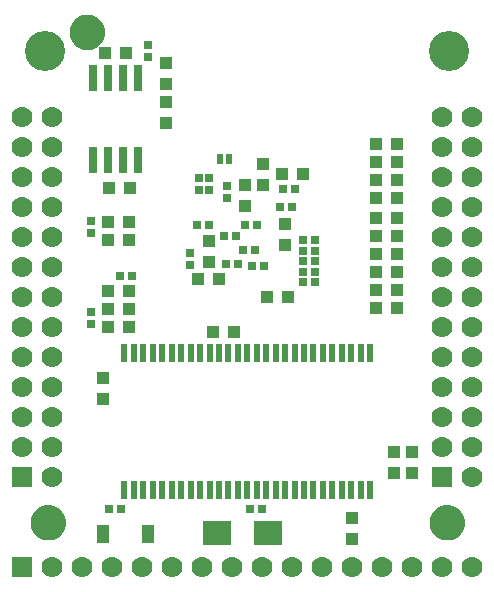
<source format=gbr>
G75*
G70*
%OFA0B0*%
%FSLAX24Y24*%
%IPPOS*%
%LPD*%
%AMOC8*
5,1,8,0,0,1.08239X$1,22.5*
%
%ADD10C,0.1339*%
%ADD11R,0.0280X0.0270*%
%ADD12R,0.0440X0.0440*%
%ADD13R,0.0270X0.0280*%
%ADD14R,0.0197X0.0591*%
%ADD15C,0.0434*%
%ADD16C,0.0500*%
%ADD17R,0.0700X0.0700*%
%ADD18C,0.0700*%
%ADD19R,0.0276X0.0906*%
%ADD20R,0.0240X0.0340*%
%ADD21R,0.0434X0.0591*%
%ADD22R,0.0940X0.0840*%
D10*
X005412Y025263D03*
X018877Y025263D03*
D11*
X013752Y020638D03*
X013352Y020638D03*
X013252Y020038D03*
X013652Y020038D03*
X014002Y018938D03*
X014002Y018588D03*
X014002Y018238D03*
X014002Y017888D03*
X014002Y017538D03*
X014402Y017538D03*
X014402Y017888D03*
X014402Y018238D03*
X014402Y018588D03*
X014402Y018938D03*
X012699Y018090D03*
X012299Y018090D03*
X011833Y018149D03*
X011433Y018149D03*
X012023Y018621D03*
X012423Y018621D03*
X011774Y019094D03*
X012063Y019448D03*
X012463Y019448D03*
X011374Y019094D03*
X010888Y019448D03*
X010488Y019448D03*
X008302Y017742D03*
X007902Y017742D03*
X007952Y009988D03*
X007552Y009988D03*
X012252Y009988D03*
X012652Y009988D03*
D12*
X015652Y009688D03*
X015652Y008988D03*
X017052Y011188D03*
X017652Y011188D03*
X017652Y011888D03*
X017052Y011888D03*
X017152Y016688D03*
X017152Y017288D03*
X017152Y017888D03*
X017152Y018488D03*
X017152Y019088D03*
X017152Y019688D03*
X017152Y020338D03*
X017152Y020938D03*
X017152Y021538D03*
X017152Y022138D03*
X016452Y022138D03*
X016452Y021538D03*
X016452Y020938D03*
X016452Y020338D03*
X016452Y019688D03*
X016452Y019088D03*
X016452Y018488D03*
X016452Y017888D03*
X016452Y017288D03*
X016452Y016688D03*
X013502Y017038D03*
X012802Y017038D03*
X011702Y015888D03*
X011002Y015888D03*
X011195Y017637D03*
X010885Y018232D03*
X010885Y018932D03*
X010495Y017637D03*
X012066Y020082D03*
X012066Y020782D03*
X012692Y020788D03*
X013302Y021138D03*
X012692Y021488D03*
X014002Y021138D03*
X013404Y019483D03*
X013404Y018783D03*
X009452Y022838D03*
X009452Y023538D03*
X009452Y024138D03*
X009452Y024838D03*
X008102Y025188D03*
X007402Y025188D03*
X007552Y020688D03*
X008252Y020688D03*
X008202Y019538D03*
X008202Y018938D03*
X007502Y018938D03*
X007502Y019538D03*
X007502Y017238D03*
X007502Y016638D03*
X007502Y016038D03*
X008202Y016038D03*
X008202Y016638D03*
X008202Y017238D03*
X007352Y014338D03*
X007352Y013638D03*
D13*
X006952Y016138D03*
X006952Y016538D03*
X006952Y019188D03*
X006952Y019588D03*
X010255Y018516D03*
X010255Y018116D03*
X011475Y020350D03*
X011475Y020750D03*
X010885Y020626D03*
X010530Y020626D03*
X010530Y021026D03*
X010885Y021026D03*
X008852Y025038D03*
X008852Y025438D03*
D14*
X009003Y015193D03*
X009318Y015193D03*
X009633Y015193D03*
X009948Y015193D03*
X010263Y015193D03*
X010578Y015193D03*
X010893Y015193D03*
X011208Y015193D03*
X011523Y015193D03*
X011837Y015193D03*
X012152Y015193D03*
X012467Y015193D03*
X012782Y015193D03*
X013097Y015193D03*
X013412Y015193D03*
X013727Y015193D03*
X014042Y015193D03*
X014357Y015193D03*
X014672Y015193D03*
X014987Y015193D03*
X015302Y015193D03*
X015617Y015193D03*
X015932Y015193D03*
X016247Y015193D03*
X016247Y010626D03*
X015932Y010626D03*
X015617Y010626D03*
X015302Y010626D03*
X014987Y010626D03*
X014672Y010626D03*
X014357Y010626D03*
X014042Y010626D03*
X013727Y010626D03*
X013412Y010626D03*
X013097Y010626D03*
X012782Y010626D03*
X012467Y010626D03*
X012152Y010626D03*
X011837Y010626D03*
X011523Y010626D03*
X011208Y010626D03*
X010893Y010626D03*
X010578Y010626D03*
X010263Y010626D03*
X009948Y010626D03*
X009633Y010626D03*
X009318Y010626D03*
X009003Y010626D03*
X008688Y010626D03*
X008373Y010626D03*
X008058Y010626D03*
X008058Y015193D03*
X008373Y015193D03*
X008688Y015193D03*
D15*
X005502Y009538D03*
X006802Y025888D03*
X018802Y009538D03*
D16*
X018467Y009538D02*
X018469Y009575D01*
X018475Y009611D01*
X018485Y009647D01*
X018499Y009681D01*
X018517Y009713D01*
X018538Y009744D01*
X018562Y009772D01*
X018589Y009797D01*
X018619Y009818D01*
X018651Y009837D01*
X018685Y009852D01*
X018720Y009863D01*
X018756Y009870D01*
X018793Y009873D01*
X018830Y009872D01*
X018866Y009867D01*
X018902Y009858D01*
X018937Y009845D01*
X018969Y009828D01*
X019000Y009808D01*
X019029Y009784D01*
X019055Y009758D01*
X019077Y009729D01*
X019097Y009697D01*
X019112Y009664D01*
X019124Y009629D01*
X019132Y009593D01*
X019136Y009556D01*
X019136Y009520D01*
X019132Y009483D01*
X019124Y009447D01*
X019112Y009412D01*
X019097Y009379D01*
X019077Y009347D01*
X019055Y009318D01*
X019029Y009292D01*
X019000Y009268D01*
X018970Y009248D01*
X018937Y009231D01*
X018902Y009218D01*
X018866Y009209D01*
X018830Y009204D01*
X018793Y009203D01*
X018756Y009206D01*
X018720Y009213D01*
X018685Y009224D01*
X018651Y009239D01*
X018619Y009258D01*
X018589Y009279D01*
X018562Y009304D01*
X018538Y009332D01*
X018517Y009363D01*
X018499Y009395D01*
X018485Y009429D01*
X018475Y009465D01*
X018469Y009501D01*
X018467Y009538D01*
X005167Y009538D02*
X005169Y009575D01*
X005175Y009611D01*
X005185Y009647D01*
X005199Y009681D01*
X005217Y009713D01*
X005238Y009744D01*
X005262Y009772D01*
X005289Y009797D01*
X005319Y009818D01*
X005351Y009837D01*
X005385Y009852D01*
X005420Y009863D01*
X005456Y009870D01*
X005493Y009873D01*
X005530Y009872D01*
X005566Y009867D01*
X005602Y009858D01*
X005637Y009845D01*
X005669Y009828D01*
X005700Y009808D01*
X005729Y009784D01*
X005755Y009758D01*
X005777Y009729D01*
X005797Y009697D01*
X005812Y009664D01*
X005824Y009629D01*
X005832Y009593D01*
X005836Y009556D01*
X005836Y009520D01*
X005832Y009483D01*
X005824Y009447D01*
X005812Y009412D01*
X005797Y009379D01*
X005777Y009347D01*
X005755Y009318D01*
X005729Y009292D01*
X005700Y009268D01*
X005670Y009248D01*
X005637Y009231D01*
X005602Y009218D01*
X005566Y009209D01*
X005530Y009204D01*
X005493Y009203D01*
X005456Y009206D01*
X005420Y009213D01*
X005385Y009224D01*
X005351Y009239D01*
X005319Y009258D01*
X005289Y009279D01*
X005262Y009304D01*
X005238Y009332D01*
X005217Y009363D01*
X005199Y009395D01*
X005185Y009429D01*
X005175Y009465D01*
X005169Y009501D01*
X005167Y009538D01*
X006467Y025888D02*
X006469Y025925D01*
X006475Y025961D01*
X006485Y025997D01*
X006499Y026031D01*
X006517Y026063D01*
X006538Y026094D01*
X006562Y026122D01*
X006589Y026147D01*
X006619Y026168D01*
X006651Y026187D01*
X006685Y026202D01*
X006720Y026213D01*
X006756Y026220D01*
X006793Y026223D01*
X006830Y026222D01*
X006866Y026217D01*
X006902Y026208D01*
X006937Y026195D01*
X006969Y026178D01*
X007000Y026158D01*
X007029Y026134D01*
X007055Y026108D01*
X007077Y026079D01*
X007097Y026047D01*
X007112Y026014D01*
X007124Y025979D01*
X007132Y025943D01*
X007136Y025906D01*
X007136Y025870D01*
X007132Y025833D01*
X007124Y025797D01*
X007112Y025762D01*
X007097Y025729D01*
X007077Y025697D01*
X007055Y025668D01*
X007029Y025642D01*
X007000Y025618D01*
X006970Y025598D01*
X006937Y025581D01*
X006902Y025568D01*
X006866Y025559D01*
X006830Y025554D01*
X006793Y025553D01*
X006756Y025556D01*
X006720Y025563D01*
X006685Y025574D01*
X006651Y025589D01*
X006619Y025608D01*
X006589Y025629D01*
X006562Y025654D01*
X006538Y025682D01*
X006517Y025713D01*
X006499Y025745D01*
X006485Y025779D01*
X006475Y025815D01*
X006469Y025851D01*
X006467Y025888D01*
D17*
X004652Y008038D03*
X004652Y011038D03*
X018652Y011038D03*
D18*
X018652Y012038D03*
X018652Y013038D03*
X018652Y014038D03*
X018652Y015038D03*
X018652Y016038D03*
X018652Y017038D03*
X018652Y018038D03*
X018652Y019038D03*
X018652Y020038D03*
X018652Y021038D03*
X018652Y022038D03*
X018652Y023038D03*
X019652Y023038D03*
X019652Y022038D03*
X019652Y021038D03*
X019652Y020038D03*
X019652Y019038D03*
X019652Y018038D03*
X019652Y017038D03*
X019652Y016038D03*
X019652Y015038D03*
X019652Y014038D03*
X019652Y013038D03*
X019652Y012038D03*
X019652Y011038D03*
X019652Y008038D03*
X018652Y008038D03*
X017652Y008038D03*
X016652Y008038D03*
X015652Y008038D03*
X014652Y008038D03*
X013652Y008038D03*
X012652Y008038D03*
X011652Y008038D03*
X010652Y008038D03*
X009652Y008038D03*
X008652Y008038D03*
X007652Y008038D03*
X006652Y008038D03*
X005652Y008038D03*
X005652Y011038D03*
X005652Y012038D03*
X005652Y013038D03*
X005652Y014038D03*
X004652Y014038D03*
X004652Y013038D03*
X004652Y012038D03*
X004652Y015038D03*
X004652Y016038D03*
X004652Y017038D03*
X004652Y018038D03*
X004652Y019038D03*
X004652Y020038D03*
X004652Y021038D03*
X004652Y022038D03*
X004652Y023038D03*
X005652Y023038D03*
X005652Y022038D03*
X005652Y021038D03*
X005652Y020038D03*
X005652Y019038D03*
X005652Y018038D03*
X005652Y017038D03*
X005652Y016038D03*
X005652Y015038D03*
D19*
X007002Y021610D03*
X007502Y021610D03*
X008002Y021610D03*
X008502Y021610D03*
X008502Y024366D03*
X008002Y024366D03*
X007502Y024366D03*
X007002Y024366D03*
D20*
X011252Y021638D03*
X011552Y021638D03*
D21*
X008850Y009138D03*
X007354Y009138D03*
D22*
X011152Y009188D03*
X012852Y009188D03*
M02*

</source>
